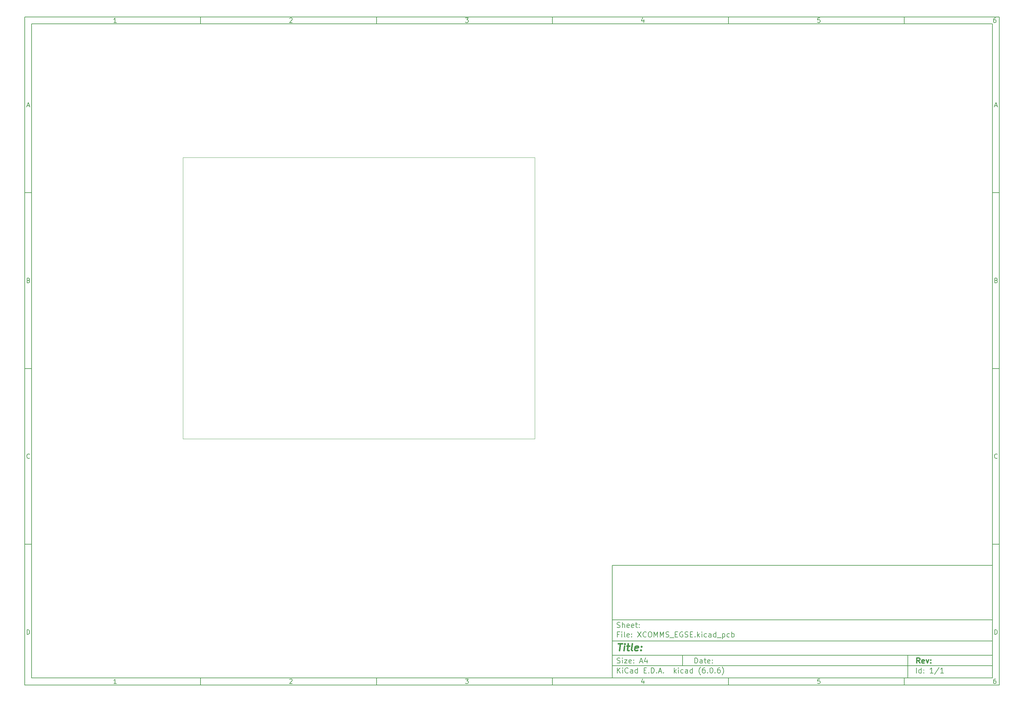
<source format=gbr>
%TF.GenerationSoftware,KiCad,Pcbnew,(6.0.6)*%
%TF.CreationDate,2022-07-08T12:35:32+02:00*%
%TF.ProjectId,XCOMMS_EGSE,58434f4d-4d53-45f4-9547-53452e6b6963,rev?*%
%TF.SameCoordinates,Original*%
%TF.FileFunction,Profile,NP*%
%FSLAX46Y46*%
G04 Gerber Fmt 4.6, Leading zero omitted, Abs format (unit mm)*
G04 Created by KiCad (PCBNEW (6.0.6)) date 2022-07-08 12:35:32*
%MOMM*%
%LPD*%
G01*
G04 APERTURE LIST*
%ADD10C,0.100000*%
%ADD11C,0.150000*%
%ADD12C,0.300000*%
%ADD13C,0.400000*%
%TA.AperFunction,Profile*%
%ADD14C,0.100000*%
%TD*%
G04 APERTURE END LIST*
D10*
D11*
X177002200Y-166007200D02*
X177002200Y-198007200D01*
X285002200Y-198007200D01*
X285002200Y-166007200D01*
X177002200Y-166007200D01*
D10*
D11*
X10000000Y-10000000D02*
X10000000Y-200007200D01*
X287002200Y-200007200D01*
X287002200Y-10000000D01*
X10000000Y-10000000D01*
D10*
D11*
X12000000Y-12000000D02*
X12000000Y-198007200D01*
X285002200Y-198007200D01*
X285002200Y-12000000D01*
X12000000Y-12000000D01*
D10*
D11*
X60000000Y-12000000D02*
X60000000Y-10000000D01*
D10*
D11*
X110000000Y-12000000D02*
X110000000Y-10000000D01*
D10*
D11*
X160000000Y-12000000D02*
X160000000Y-10000000D01*
D10*
D11*
X210000000Y-12000000D02*
X210000000Y-10000000D01*
D10*
D11*
X260000000Y-12000000D02*
X260000000Y-10000000D01*
D10*
D11*
X36065476Y-11588095D02*
X35322619Y-11588095D01*
X35694047Y-11588095D02*
X35694047Y-10288095D01*
X35570238Y-10473809D01*
X35446428Y-10597619D01*
X35322619Y-10659523D01*
D10*
D11*
X85322619Y-10411904D02*
X85384523Y-10350000D01*
X85508333Y-10288095D01*
X85817857Y-10288095D01*
X85941666Y-10350000D01*
X86003571Y-10411904D01*
X86065476Y-10535714D01*
X86065476Y-10659523D01*
X86003571Y-10845238D01*
X85260714Y-11588095D01*
X86065476Y-11588095D01*
D10*
D11*
X135260714Y-10288095D02*
X136065476Y-10288095D01*
X135632142Y-10783333D01*
X135817857Y-10783333D01*
X135941666Y-10845238D01*
X136003571Y-10907142D01*
X136065476Y-11030952D01*
X136065476Y-11340476D01*
X136003571Y-11464285D01*
X135941666Y-11526190D01*
X135817857Y-11588095D01*
X135446428Y-11588095D01*
X135322619Y-11526190D01*
X135260714Y-11464285D01*
D10*
D11*
X185941666Y-10721428D02*
X185941666Y-11588095D01*
X185632142Y-10226190D02*
X185322619Y-11154761D01*
X186127380Y-11154761D01*
D10*
D11*
X236003571Y-10288095D02*
X235384523Y-10288095D01*
X235322619Y-10907142D01*
X235384523Y-10845238D01*
X235508333Y-10783333D01*
X235817857Y-10783333D01*
X235941666Y-10845238D01*
X236003571Y-10907142D01*
X236065476Y-11030952D01*
X236065476Y-11340476D01*
X236003571Y-11464285D01*
X235941666Y-11526190D01*
X235817857Y-11588095D01*
X235508333Y-11588095D01*
X235384523Y-11526190D01*
X235322619Y-11464285D01*
D10*
D11*
X285941666Y-10288095D02*
X285694047Y-10288095D01*
X285570238Y-10350000D01*
X285508333Y-10411904D01*
X285384523Y-10597619D01*
X285322619Y-10845238D01*
X285322619Y-11340476D01*
X285384523Y-11464285D01*
X285446428Y-11526190D01*
X285570238Y-11588095D01*
X285817857Y-11588095D01*
X285941666Y-11526190D01*
X286003571Y-11464285D01*
X286065476Y-11340476D01*
X286065476Y-11030952D01*
X286003571Y-10907142D01*
X285941666Y-10845238D01*
X285817857Y-10783333D01*
X285570238Y-10783333D01*
X285446428Y-10845238D01*
X285384523Y-10907142D01*
X285322619Y-11030952D01*
D10*
D11*
X60000000Y-198007200D02*
X60000000Y-200007200D01*
D10*
D11*
X110000000Y-198007200D02*
X110000000Y-200007200D01*
D10*
D11*
X160000000Y-198007200D02*
X160000000Y-200007200D01*
D10*
D11*
X210000000Y-198007200D02*
X210000000Y-200007200D01*
D10*
D11*
X260000000Y-198007200D02*
X260000000Y-200007200D01*
D10*
D11*
X36065476Y-199595295D02*
X35322619Y-199595295D01*
X35694047Y-199595295D02*
X35694047Y-198295295D01*
X35570238Y-198481009D01*
X35446428Y-198604819D01*
X35322619Y-198666723D01*
D10*
D11*
X85322619Y-198419104D02*
X85384523Y-198357200D01*
X85508333Y-198295295D01*
X85817857Y-198295295D01*
X85941666Y-198357200D01*
X86003571Y-198419104D01*
X86065476Y-198542914D01*
X86065476Y-198666723D01*
X86003571Y-198852438D01*
X85260714Y-199595295D01*
X86065476Y-199595295D01*
D10*
D11*
X135260714Y-198295295D02*
X136065476Y-198295295D01*
X135632142Y-198790533D01*
X135817857Y-198790533D01*
X135941666Y-198852438D01*
X136003571Y-198914342D01*
X136065476Y-199038152D01*
X136065476Y-199347676D01*
X136003571Y-199471485D01*
X135941666Y-199533390D01*
X135817857Y-199595295D01*
X135446428Y-199595295D01*
X135322619Y-199533390D01*
X135260714Y-199471485D01*
D10*
D11*
X185941666Y-198728628D02*
X185941666Y-199595295D01*
X185632142Y-198233390D02*
X185322619Y-199161961D01*
X186127380Y-199161961D01*
D10*
D11*
X236003571Y-198295295D02*
X235384523Y-198295295D01*
X235322619Y-198914342D01*
X235384523Y-198852438D01*
X235508333Y-198790533D01*
X235817857Y-198790533D01*
X235941666Y-198852438D01*
X236003571Y-198914342D01*
X236065476Y-199038152D01*
X236065476Y-199347676D01*
X236003571Y-199471485D01*
X235941666Y-199533390D01*
X235817857Y-199595295D01*
X235508333Y-199595295D01*
X235384523Y-199533390D01*
X235322619Y-199471485D01*
D10*
D11*
X285941666Y-198295295D02*
X285694047Y-198295295D01*
X285570238Y-198357200D01*
X285508333Y-198419104D01*
X285384523Y-198604819D01*
X285322619Y-198852438D01*
X285322619Y-199347676D01*
X285384523Y-199471485D01*
X285446428Y-199533390D01*
X285570238Y-199595295D01*
X285817857Y-199595295D01*
X285941666Y-199533390D01*
X286003571Y-199471485D01*
X286065476Y-199347676D01*
X286065476Y-199038152D01*
X286003571Y-198914342D01*
X285941666Y-198852438D01*
X285817857Y-198790533D01*
X285570238Y-198790533D01*
X285446428Y-198852438D01*
X285384523Y-198914342D01*
X285322619Y-199038152D01*
D10*
D11*
X10000000Y-60000000D02*
X12000000Y-60000000D01*
D10*
D11*
X10000000Y-110000000D02*
X12000000Y-110000000D01*
D10*
D11*
X10000000Y-160000000D02*
X12000000Y-160000000D01*
D10*
D11*
X10690476Y-35216666D02*
X11309523Y-35216666D01*
X10566666Y-35588095D02*
X11000000Y-34288095D01*
X11433333Y-35588095D01*
D10*
D11*
X11092857Y-84907142D02*
X11278571Y-84969047D01*
X11340476Y-85030952D01*
X11402380Y-85154761D01*
X11402380Y-85340476D01*
X11340476Y-85464285D01*
X11278571Y-85526190D01*
X11154761Y-85588095D01*
X10659523Y-85588095D01*
X10659523Y-84288095D01*
X11092857Y-84288095D01*
X11216666Y-84350000D01*
X11278571Y-84411904D01*
X11340476Y-84535714D01*
X11340476Y-84659523D01*
X11278571Y-84783333D01*
X11216666Y-84845238D01*
X11092857Y-84907142D01*
X10659523Y-84907142D01*
D10*
D11*
X11402380Y-135464285D02*
X11340476Y-135526190D01*
X11154761Y-135588095D01*
X11030952Y-135588095D01*
X10845238Y-135526190D01*
X10721428Y-135402380D01*
X10659523Y-135278571D01*
X10597619Y-135030952D01*
X10597619Y-134845238D01*
X10659523Y-134597619D01*
X10721428Y-134473809D01*
X10845238Y-134350000D01*
X11030952Y-134288095D01*
X11154761Y-134288095D01*
X11340476Y-134350000D01*
X11402380Y-134411904D01*
D10*
D11*
X10659523Y-185588095D02*
X10659523Y-184288095D01*
X10969047Y-184288095D01*
X11154761Y-184350000D01*
X11278571Y-184473809D01*
X11340476Y-184597619D01*
X11402380Y-184845238D01*
X11402380Y-185030952D01*
X11340476Y-185278571D01*
X11278571Y-185402380D01*
X11154761Y-185526190D01*
X10969047Y-185588095D01*
X10659523Y-185588095D01*
D10*
D11*
X287002200Y-60000000D02*
X285002200Y-60000000D01*
D10*
D11*
X287002200Y-110000000D02*
X285002200Y-110000000D01*
D10*
D11*
X287002200Y-160000000D02*
X285002200Y-160000000D01*
D10*
D11*
X285692676Y-35216666D02*
X286311723Y-35216666D01*
X285568866Y-35588095D02*
X286002200Y-34288095D01*
X286435533Y-35588095D01*
D10*
D11*
X286095057Y-84907142D02*
X286280771Y-84969047D01*
X286342676Y-85030952D01*
X286404580Y-85154761D01*
X286404580Y-85340476D01*
X286342676Y-85464285D01*
X286280771Y-85526190D01*
X286156961Y-85588095D01*
X285661723Y-85588095D01*
X285661723Y-84288095D01*
X286095057Y-84288095D01*
X286218866Y-84350000D01*
X286280771Y-84411904D01*
X286342676Y-84535714D01*
X286342676Y-84659523D01*
X286280771Y-84783333D01*
X286218866Y-84845238D01*
X286095057Y-84907142D01*
X285661723Y-84907142D01*
D10*
D11*
X286404580Y-135464285D02*
X286342676Y-135526190D01*
X286156961Y-135588095D01*
X286033152Y-135588095D01*
X285847438Y-135526190D01*
X285723628Y-135402380D01*
X285661723Y-135278571D01*
X285599819Y-135030952D01*
X285599819Y-134845238D01*
X285661723Y-134597619D01*
X285723628Y-134473809D01*
X285847438Y-134350000D01*
X286033152Y-134288095D01*
X286156961Y-134288095D01*
X286342676Y-134350000D01*
X286404580Y-134411904D01*
D10*
D11*
X285661723Y-185588095D02*
X285661723Y-184288095D01*
X285971247Y-184288095D01*
X286156961Y-184350000D01*
X286280771Y-184473809D01*
X286342676Y-184597619D01*
X286404580Y-184845238D01*
X286404580Y-185030952D01*
X286342676Y-185278571D01*
X286280771Y-185402380D01*
X286156961Y-185526190D01*
X285971247Y-185588095D01*
X285661723Y-185588095D01*
D10*
D11*
X200434342Y-193785771D02*
X200434342Y-192285771D01*
X200791485Y-192285771D01*
X201005771Y-192357200D01*
X201148628Y-192500057D01*
X201220057Y-192642914D01*
X201291485Y-192928628D01*
X201291485Y-193142914D01*
X201220057Y-193428628D01*
X201148628Y-193571485D01*
X201005771Y-193714342D01*
X200791485Y-193785771D01*
X200434342Y-193785771D01*
X202577200Y-193785771D02*
X202577200Y-193000057D01*
X202505771Y-192857200D01*
X202362914Y-192785771D01*
X202077200Y-192785771D01*
X201934342Y-192857200D01*
X202577200Y-193714342D02*
X202434342Y-193785771D01*
X202077200Y-193785771D01*
X201934342Y-193714342D01*
X201862914Y-193571485D01*
X201862914Y-193428628D01*
X201934342Y-193285771D01*
X202077200Y-193214342D01*
X202434342Y-193214342D01*
X202577200Y-193142914D01*
X203077200Y-192785771D02*
X203648628Y-192785771D01*
X203291485Y-192285771D02*
X203291485Y-193571485D01*
X203362914Y-193714342D01*
X203505771Y-193785771D01*
X203648628Y-193785771D01*
X204720057Y-193714342D02*
X204577200Y-193785771D01*
X204291485Y-193785771D01*
X204148628Y-193714342D01*
X204077200Y-193571485D01*
X204077200Y-193000057D01*
X204148628Y-192857200D01*
X204291485Y-192785771D01*
X204577200Y-192785771D01*
X204720057Y-192857200D01*
X204791485Y-193000057D01*
X204791485Y-193142914D01*
X204077200Y-193285771D01*
X205434342Y-193642914D02*
X205505771Y-193714342D01*
X205434342Y-193785771D01*
X205362914Y-193714342D01*
X205434342Y-193642914D01*
X205434342Y-193785771D01*
X205434342Y-192857200D02*
X205505771Y-192928628D01*
X205434342Y-193000057D01*
X205362914Y-192928628D01*
X205434342Y-192857200D01*
X205434342Y-193000057D01*
D10*
D11*
X177002200Y-194507200D02*
X285002200Y-194507200D01*
D10*
D11*
X178434342Y-196585771D02*
X178434342Y-195085771D01*
X179291485Y-196585771D02*
X178648628Y-195728628D01*
X179291485Y-195085771D02*
X178434342Y-195942914D01*
X179934342Y-196585771D02*
X179934342Y-195585771D01*
X179934342Y-195085771D02*
X179862914Y-195157200D01*
X179934342Y-195228628D01*
X180005771Y-195157200D01*
X179934342Y-195085771D01*
X179934342Y-195228628D01*
X181505771Y-196442914D02*
X181434342Y-196514342D01*
X181220057Y-196585771D01*
X181077200Y-196585771D01*
X180862914Y-196514342D01*
X180720057Y-196371485D01*
X180648628Y-196228628D01*
X180577200Y-195942914D01*
X180577200Y-195728628D01*
X180648628Y-195442914D01*
X180720057Y-195300057D01*
X180862914Y-195157200D01*
X181077200Y-195085771D01*
X181220057Y-195085771D01*
X181434342Y-195157200D01*
X181505771Y-195228628D01*
X182791485Y-196585771D02*
X182791485Y-195800057D01*
X182720057Y-195657200D01*
X182577200Y-195585771D01*
X182291485Y-195585771D01*
X182148628Y-195657200D01*
X182791485Y-196514342D02*
X182648628Y-196585771D01*
X182291485Y-196585771D01*
X182148628Y-196514342D01*
X182077200Y-196371485D01*
X182077200Y-196228628D01*
X182148628Y-196085771D01*
X182291485Y-196014342D01*
X182648628Y-196014342D01*
X182791485Y-195942914D01*
X184148628Y-196585771D02*
X184148628Y-195085771D01*
X184148628Y-196514342D02*
X184005771Y-196585771D01*
X183720057Y-196585771D01*
X183577200Y-196514342D01*
X183505771Y-196442914D01*
X183434342Y-196300057D01*
X183434342Y-195871485D01*
X183505771Y-195728628D01*
X183577200Y-195657200D01*
X183720057Y-195585771D01*
X184005771Y-195585771D01*
X184148628Y-195657200D01*
X186005771Y-195800057D02*
X186505771Y-195800057D01*
X186720057Y-196585771D02*
X186005771Y-196585771D01*
X186005771Y-195085771D01*
X186720057Y-195085771D01*
X187362914Y-196442914D02*
X187434342Y-196514342D01*
X187362914Y-196585771D01*
X187291485Y-196514342D01*
X187362914Y-196442914D01*
X187362914Y-196585771D01*
X188077200Y-196585771D02*
X188077200Y-195085771D01*
X188434342Y-195085771D01*
X188648628Y-195157200D01*
X188791485Y-195300057D01*
X188862914Y-195442914D01*
X188934342Y-195728628D01*
X188934342Y-195942914D01*
X188862914Y-196228628D01*
X188791485Y-196371485D01*
X188648628Y-196514342D01*
X188434342Y-196585771D01*
X188077200Y-196585771D01*
X189577200Y-196442914D02*
X189648628Y-196514342D01*
X189577200Y-196585771D01*
X189505771Y-196514342D01*
X189577200Y-196442914D01*
X189577200Y-196585771D01*
X190220057Y-196157200D02*
X190934342Y-196157200D01*
X190077200Y-196585771D02*
X190577200Y-195085771D01*
X191077200Y-196585771D01*
X191577200Y-196442914D02*
X191648628Y-196514342D01*
X191577200Y-196585771D01*
X191505771Y-196514342D01*
X191577200Y-196442914D01*
X191577200Y-196585771D01*
X194577200Y-196585771D02*
X194577200Y-195085771D01*
X194720057Y-196014342D02*
X195148628Y-196585771D01*
X195148628Y-195585771D02*
X194577200Y-196157200D01*
X195791485Y-196585771D02*
X195791485Y-195585771D01*
X195791485Y-195085771D02*
X195720057Y-195157200D01*
X195791485Y-195228628D01*
X195862914Y-195157200D01*
X195791485Y-195085771D01*
X195791485Y-195228628D01*
X197148628Y-196514342D02*
X197005771Y-196585771D01*
X196720057Y-196585771D01*
X196577200Y-196514342D01*
X196505771Y-196442914D01*
X196434342Y-196300057D01*
X196434342Y-195871485D01*
X196505771Y-195728628D01*
X196577200Y-195657200D01*
X196720057Y-195585771D01*
X197005771Y-195585771D01*
X197148628Y-195657200D01*
X198434342Y-196585771D02*
X198434342Y-195800057D01*
X198362914Y-195657200D01*
X198220057Y-195585771D01*
X197934342Y-195585771D01*
X197791485Y-195657200D01*
X198434342Y-196514342D02*
X198291485Y-196585771D01*
X197934342Y-196585771D01*
X197791485Y-196514342D01*
X197720057Y-196371485D01*
X197720057Y-196228628D01*
X197791485Y-196085771D01*
X197934342Y-196014342D01*
X198291485Y-196014342D01*
X198434342Y-195942914D01*
X199791485Y-196585771D02*
X199791485Y-195085771D01*
X199791485Y-196514342D02*
X199648628Y-196585771D01*
X199362914Y-196585771D01*
X199220057Y-196514342D01*
X199148628Y-196442914D01*
X199077200Y-196300057D01*
X199077200Y-195871485D01*
X199148628Y-195728628D01*
X199220057Y-195657200D01*
X199362914Y-195585771D01*
X199648628Y-195585771D01*
X199791485Y-195657200D01*
X202077200Y-197157200D02*
X202005771Y-197085771D01*
X201862914Y-196871485D01*
X201791485Y-196728628D01*
X201720057Y-196514342D01*
X201648628Y-196157200D01*
X201648628Y-195871485D01*
X201720057Y-195514342D01*
X201791485Y-195300057D01*
X201862914Y-195157200D01*
X202005771Y-194942914D01*
X202077200Y-194871485D01*
X203291485Y-195085771D02*
X203005771Y-195085771D01*
X202862914Y-195157200D01*
X202791485Y-195228628D01*
X202648628Y-195442914D01*
X202577200Y-195728628D01*
X202577200Y-196300057D01*
X202648628Y-196442914D01*
X202720057Y-196514342D01*
X202862914Y-196585771D01*
X203148628Y-196585771D01*
X203291485Y-196514342D01*
X203362914Y-196442914D01*
X203434342Y-196300057D01*
X203434342Y-195942914D01*
X203362914Y-195800057D01*
X203291485Y-195728628D01*
X203148628Y-195657200D01*
X202862914Y-195657200D01*
X202720057Y-195728628D01*
X202648628Y-195800057D01*
X202577200Y-195942914D01*
X204077200Y-196442914D02*
X204148628Y-196514342D01*
X204077200Y-196585771D01*
X204005771Y-196514342D01*
X204077200Y-196442914D01*
X204077200Y-196585771D01*
X205077200Y-195085771D02*
X205220057Y-195085771D01*
X205362914Y-195157200D01*
X205434342Y-195228628D01*
X205505771Y-195371485D01*
X205577200Y-195657200D01*
X205577200Y-196014342D01*
X205505771Y-196300057D01*
X205434342Y-196442914D01*
X205362914Y-196514342D01*
X205220057Y-196585771D01*
X205077200Y-196585771D01*
X204934342Y-196514342D01*
X204862914Y-196442914D01*
X204791485Y-196300057D01*
X204720057Y-196014342D01*
X204720057Y-195657200D01*
X204791485Y-195371485D01*
X204862914Y-195228628D01*
X204934342Y-195157200D01*
X205077200Y-195085771D01*
X206220057Y-196442914D02*
X206291485Y-196514342D01*
X206220057Y-196585771D01*
X206148628Y-196514342D01*
X206220057Y-196442914D01*
X206220057Y-196585771D01*
X207577200Y-195085771D02*
X207291485Y-195085771D01*
X207148628Y-195157200D01*
X207077200Y-195228628D01*
X206934342Y-195442914D01*
X206862914Y-195728628D01*
X206862914Y-196300057D01*
X206934342Y-196442914D01*
X207005771Y-196514342D01*
X207148628Y-196585771D01*
X207434342Y-196585771D01*
X207577200Y-196514342D01*
X207648628Y-196442914D01*
X207720057Y-196300057D01*
X207720057Y-195942914D01*
X207648628Y-195800057D01*
X207577200Y-195728628D01*
X207434342Y-195657200D01*
X207148628Y-195657200D01*
X207005771Y-195728628D01*
X206934342Y-195800057D01*
X206862914Y-195942914D01*
X208220057Y-197157200D02*
X208291485Y-197085771D01*
X208434342Y-196871485D01*
X208505771Y-196728628D01*
X208577200Y-196514342D01*
X208648628Y-196157200D01*
X208648628Y-195871485D01*
X208577200Y-195514342D01*
X208505771Y-195300057D01*
X208434342Y-195157200D01*
X208291485Y-194942914D01*
X208220057Y-194871485D01*
D10*
D11*
X177002200Y-191507200D02*
X285002200Y-191507200D01*
D10*
D12*
X264411485Y-193785771D02*
X263911485Y-193071485D01*
X263554342Y-193785771D02*
X263554342Y-192285771D01*
X264125771Y-192285771D01*
X264268628Y-192357200D01*
X264340057Y-192428628D01*
X264411485Y-192571485D01*
X264411485Y-192785771D01*
X264340057Y-192928628D01*
X264268628Y-193000057D01*
X264125771Y-193071485D01*
X263554342Y-193071485D01*
X265625771Y-193714342D02*
X265482914Y-193785771D01*
X265197200Y-193785771D01*
X265054342Y-193714342D01*
X264982914Y-193571485D01*
X264982914Y-193000057D01*
X265054342Y-192857200D01*
X265197200Y-192785771D01*
X265482914Y-192785771D01*
X265625771Y-192857200D01*
X265697200Y-193000057D01*
X265697200Y-193142914D01*
X264982914Y-193285771D01*
X266197200Y-192785771D02*
X266554342Y-193785771D01*
X266911485Y-192785771D01*
X267482914Y-193642914D02*
X267554342Y-193714342D01*
X267482914Y-193785771D01*
X267411485Y-193714342D01*
X267482914Y-193642914D01*
X267482914Y-193785771D01*
X267482914Y-192857200D02*
X267554342Y-192928628D01*
X267482914Y-193000057D01*
X267411485Y-192928628D01*
X267482914Y-192857200D01*
X267482914Y-193000057D01*
D10*
D11*
X178362914Y-193714342D02*
X178577200Y-193785771D01*
X178934342Y-193785771D01*
X179077200Y-193714342D01*
X179148628Y-193642914D01*
X179220057Y-193500057D01*
X179220057Y-193357200D01*
X179148628Y-193214342D01*
X179077200Y-193142914D01*
X178934342Y-193071485D01*
X178648628Y-193000057D01*
X178505771Y-192928628D01*
X178434342Y-192857200D01*
X178362914Y-192714342D01*
X178362914Y-192571485D01*
X178434342Y-192428628D01*
X178505771Y-192357200D01*
X178648628Y-192285771D01*
X179005771Y-192285771D01*
X179220057Y-192357200D01*
X179862914Y-193785771D02*
X179862914Y-192785771D01*
X179862914Y-192285771D02*
X179791485Y-192357200D01*
X179862914Y-192428628D01*
X179934342Y-192357200D01*
X179862914Y-192285771D01*
X179862914Y-192428628D01*
X180434342Y-192785771D02*
X181220057Y-192785771D01*
X180434342Y-193785771D01*
X181220057Y-193785771D01*
X182362914Y-193714342D02*
X182220057Y-193785771D01*
X181934342Y-193785771D01*
X181791485Y-193714342D01*
X181720057Y-193571485D01*
X181720057Y-193000057D01*
X181791485Y-192857200D01*
X181934342Y-192785771D01*
X182220057Y-192785771D01*
X182362914Y-192857200D01*
X182434342Y-193000057D01*
X182434342Y-193142914D01*
X181720057Y-193285771D01*
X183077200Y-193642914D02*
X183148628Y-193714342D01*
X183077200Y-193785771D01*
X183005771Y-193714342D01*
X183077200Y-193642914D01*
X183077200Y-193785771D01*
X183077200Y-192857200D02*
X183148628Y-192928628D01*
X183077200Y-193000057D01*
X183005771Y-192928628D01*
X183077200Y-192857200D01*
X183077200Y-193000057D01*
X184862914Y-193357200D02*
X185577200Y-193357200D01*
X184720057Y-193785771D02*
X185220057Y-192285771D01*
X185720057Y-193785771D01*
X186862914Y-192785771D02*
X186862914Y-193785771D01*
X186505771Y-192214342D02*
X186148628Y-193285771D01*
X187077200Y-193285771D01*
D10*
D11*
X263434342Y-196585771D02*
X263434342Y-195085771D01*
X264791485Y-196585771D02*
X264791485Y-195085771D01*
X264791485Y-196514342D02*
X264648628Y-196585771D01*
X264362914Y-196585771D01*
X264220057Y-196514342D01*
X264148628Y-196442914D01*
X264077200Y-196300057D01*
X264077200Y-195871485D01*
X264148628Y-195728628D01*
X264220057Y-195657200D01*
X264362914Y-195585771D01*
X264648628Y-195585771D01*
X264791485Y-195657200D01*
X265505771Y-196442914D02*
X265577200Y-196514342D01*
X265505771Y-196585771D01*
X265434342Y-196514342D01*
X265505771Y-196442914D01*
X265505771Y-196585771D01*
X265505771Y-195657200D02*
X265577200Y-195728628D01*
X265505771Y-195800057D01*
X265434342Y-195728628D01*
X265505771Y-195657200D01*
X265505771Y-195800057D01*
X268148628Y-196585771D02*
X267291485Y-196585771D01*
X267720057Y-196585771D02*
X267720057Y-195085771D01*
X267577200Y-195300057D01*
X267434342Y-195442914D01*
X267291485Y-195514342D01*
X269862914Y-195014342D02*
X268577200Y-196942914D01*
X271148628Y-196585771D02*
X270291485Y-196585771D01*
X270720057Y-196585771D02*
X270720057Y-195085771D01*
X270577200Y-195300057D01*
X270434342Y-195442914D01*
X270291485Y-195514342D01*
D10*
D11*
X177002200Y-187507200D02*
X285002200Y-187507200D01*
D10*
D13*
X178714580Y-188211961D02*
X179857438Y-188211961D01*
X179036009Y-190211961D02*
X179286009Y-188211961D01*
X180274104Y-190211961D02*
X180440771Y-188878628D01*
X180524104Y-188211961D02*
X180416961Y-188307200D01*
X180500295Y-188402438D01*
X180607438Y-188307200D01*
X180524104Y-188211961D01*
X180500295Y-188402438D01*
X181107438Y-188878628D02*
X181869342Y-188878628D01*
X181476485Y-188211961D02*
X181262200Y-189926247D01*
X181333628Y-190116723D01*
X181512200Y-190211961D01*
X181702676Y-190211961D01*
X182655057Y-190211961D02*
X182476485Y-190116723D01*
X182405057Y-189926247D01*
X182619342Y-188211961D01*
X184190771Y-190116723D02*
X183988390Y-190211961D01*
X183607438Y-190211961D01*
X183428866Y-190116723D01*
X183357438Y-189926247D01*
X183452676Y-189164342D01*
X183571723Y-188973866D01*
X183774104Y-188878628D01*
X184155057Y-188878628D01*
X184333628Y-188973866D01*
X184405057Y-189164342D01*
X184381247Y-189354819D01*
X183405057Y-189545295D01*
X185155057Y-190021485D02*
X185238390Y-190116723D01*
X185131247Y-190211961D01*
X185047914Y-190116723D01*
X185155057Y-190021485D01*
X185131247Y-190211961D01*
X185286009Y-188973866D02*
X185369342Y-189069104D01*
X185262200Y-189164342D01*
X185178866Y-189069104D01*
X185286009Y-188973866D01*
X185262200Y-189164342D01*
D10*
D11*
X178934342Y-185600057D02*
X178434342Y-185600057D01*
X178434342Y-186385771D02*
X178434342Y-184885771D01*
X179148628Y-184885771D01*
X179720057Y-186385771D02*
X179720057Y-185385771D01*
X179720057Y-184885771D02*
X179648628Y-184957200D01*
X179720057Y-185028628D01*
X179791485Y-184957200D01*
X179720057Y-184885771D01*
X179720057Y-185028628D01*
X180648628Y-186385771D02*
X180505771Y-186314342D01*
X180434342Y-186171485D01*
X180434342Y-184885771D01*
X181791485Y-186314342D02*
X181648628Y-186385771D01*
X181362914Y-186385771D01*
X181220057Y-186314342D01*
X181148628Y-186171485D01*
X181148628Y-185600057D01*
X181220057Y-185457200D01*
X181362914Y-185385771D01*
X181648628Y-185385771D01*
X181791485Y-185457200D01*
X181862914Y-185600057D01*
X181862914Y-185742914D01*
X181148628Y-185885771D01*
X182505771Y-186242914D02*
X182577200Y-186314342D01*
X182505771Y-186385771D01*
X182434342Y-186314342D01*
X182505771Y-186242914D01*
X182505771Y-186385771D01*
X182505771Y-185457200D02*
X182577200Y-185528628D01*
X182505771Y-185600057D01*
X182434342Y-185528628D01*
X182505771Y-185457200D01*
X182505771Y-185600057D01*
X184220057Y-184885771D02*
X185220057Y-186385771D01*
X185220057Y-184885771D02*
X184220057Y-186385771D01*
X186648628Y-186242914D02*
X186577200Y-186314342D01*
X186362914Y-186385771D01*
X186220057Y-186385771D01*
X186005771Y-186314342D01*
X185862914Y-186171485D01*
X185791485Y-186028628D01*
X185720057Y-185742914D01*
X185720057Y-185528628D01*
X185791485Y-185242914D01*
X185862914Y-185100057D01*
X186005771Y-184957200D01*
X186220057Y-184885771D01*
X186362914Y-184885771D01*
X186577200Y-184957200D01*
X186648628Y-185028628D01*
X187577200Y-184885771D02*
X187862914Y-184885771D01*
X188005771Y-184957200D01*
X188148628Y-185100057D01*
X188220057Y-185385771D01*
X188220057Y-185885771D01*
X188148628Y-186171485D01*
X188005771Y-186314342D01*
X187862914Y-186385771D01*
X187577200Y-186385771D01*
X187434342Y-186314342D01*
X187291485Y-186171485D01*
X187220057Y-185885771D01*
X187220057Y-185385771D01*
X187291485Y-185100057D01*
X187434342Y-184957200D01*
X187577200Y-184885771D01*
X188862914Y-186385771D02*
X188862914Y-184885771D01*
X189362914Y-185957200D01*
X189862914Y-184885771D01*
X189862914Y-186385771D01*
X190577200Y-186385771D02*
X190577200Y-184885771D01*
X191077200Y-185957200D01*
X191577200Y-184885771D01*
X191577200Y-186385771D01*
X192220057Y-186314342D02*
X192434342Y-186385771D01*
X192791485Y-186385771D01*
X192934342Y-186314342D01*
X193005771Y-186242914D01*
X193077200Y-186100057D01*
X193077200Y-185957200D01*
X193005771Y-185814342D01*
X192934342Y-185742914D01*
X192791485Y-185671485D01*
X192505771Y-185600057D01*
X192362914Y-185528628D01*
X192291485Y-185457200D01*
X192220057Y-185314342D01*
X192220057Y-185171485D01*
X192291485Y-185028628D01*
X192362914Y-184957200D01*
X192505771Y-184885771D01*
X192862914Y-184885771D01*
X193077200Y-184957200D01*
X193362914Y-186528628D02*
X194505771Y-186528628D01*
X194862914Y-185600057D02*
X195362914Y-185600057D01*
X195577200Y-186385771D02*
X194862914Y-186385771D01*
X194862914Y-184885771D01*
X195577200Y-184885771D01*
X197005771Y-184957200D02*
X196862914Y-184885771D01*
X196648628Y-184885771D01*
X196434342Y-184957200D01*
X196291485Y-185100057D01*
X196220057Y-185242914D01*
X196148628Y-185528628D01*
X196148628Y-185742914D01*
X196220057Y-186028628D01*
X196291485Y-186171485D01*
X196434342Y-186314342D01*
X196648628Y-186385771D01*
X196791485Y-186385771D01*
X197005771Y-186314342D01*
X197077200Y-186242914D01*
X197077200Y-185742914D01*
X196791485Y-185742914D01*
X197648628Y-186314342D02*
X197862914Y-186385771D01*
X198220057Y-186385771D01*
X198362914Y-186314342D01*
X198434342Y-186242914D01*
X198505771Y-186100057D01*
X198505771Y-185957200D01*
X198434342Y-185814342D01*
X198362914Y-185742914D01*
X198220057Y-185671485D01*
X197934342Y-185600057D01*
X197791485Y-185528628D01*
X197720057Y-185457200D01*
X197648628Y-185314342D01*
X197648628Y-185171485D01*
X197720057Y-185028628D01*
X197791485Y-184957200D01*
X197934342Y-184885771D01*
X198291485Y-184885771D01*
X198505771Y-184957200D01*
X199148628Y-185600057D02*
X199648628Y-185600057D01*
X199862914Y-186385771D02*
X199148628Y-186385771D01*
X199148628Y-184885771D01*
X199862914Y-184885771D01*
X200505771Y-186242914D02*
X200577200Y-186314342D01*
X200505771Y-186385771D01*
X200434342Y-186314342D01*
X200505771Y-186242914D01*
X200505771Y-186385771D01*
X201220057Y-186385771D02*
X201220057Y-184885771D01*
X201362914Y-185814342D02*
X201791485Y-186385771D01*
X201791485Y-185385771D02*
X201220057Y-185957200D01*
X202434342Y-186385771D02*
X202434342Y-185385771D01*
X202434342Y-184885771D02*
X202362914Y-184957200D01*
X202434342Y-185028628D01*
X202505771Y-184957200D01*
X202434342Y-184885771D01*
X202434342Y-185028628D01*
X203791485Y-186314342D02*
X203648628Y-186385771D01*
X203362914Y-186385771D01*
X203220057Y-186314342D01*
X203148628Y-186242914D01*
X203077200Y-186100057D01*
X203077200Y-185671485D01*
X203148628Y-185528628D01*
X203220057Y-185457200D01*
X203362914Y-185385771D01*
X203648628Y-185385771D01*
X203791485Y-185457200D01*
X205077200Y-186385771D02*
X205077200Y-185600057D01*
X205005771Y-185457200D01*
X204862914Y-185385771D01*
X204577200Y-185385771D01*
X204434342Y-185457200D01*
X205077200Y-186314342D02*
X204934342Y-186385771D01*
X204577200Y-186385771D01*
X204434342Y-186314342D01*
X204362914Y-186171485D01*
X204362914Y-186028628D01*
X204434342Y-185885771D01*
X204577200Y-185814342D01*
X204934342Y-185814342D01*
X205077200Y-185742914D01*
X206434342Y-186385771D02*
X206434342Y-184885771D01*
X206434342Y-186314342D02*
X206291485Y-186385771D01*
X206005771Y-186385771D01*
X205862914Y-186314342D01*
X205791485Y-186242914D01*
X205720057Y-186100057D01*
X205720057Y-185671485D01*
X205791485Y-185528628D01*
X205862914Y-185457200D01*
X206005771Y-185385771D01*
X206291485Y-185385771D01*
X206434342Y-185457200D01*
X206791485Y-186528628D02*
X207934342Y-186528628D01*
X208291485Y-185385771D02*
X208291485Y-186885771D01*
X208291485Y-185457200D02*
X208434342Y-185385771D01*
X208720057Y-185385771D01*
X208862914Y-185457200D01*
X208934342Y-185528628D01*
X209005771Y-185671485D01*
X209005771Y-186100057D01*
X208934342Y-186242914D01*
X208862914Y-186314342D01*
X208720057Y-186385771D01*
X208434342Y-186385771D01*
X208291485Y-186314342D01*
X210291485Y-186314342D02*
X210148628Y-186385771D01*
X209862914Y-186385771D01*
X209720057Y-186314342D01*
X209648628Y-186242914D01*
X209577200Y-186100057D01*
X209577200Y-185671485D01*
X209648628Y-185528628D01*
X209720057Y-185457200D01*
X209862914Y-185385771D01*
X210148628Y-185385771D01*
X210291485Y-185457200D01*
X210934342Y-186385771D02*
X210934342Y-184885771D01*
X210934342Y-185457200D02*
X211077200Y-185385771D01*
X211362914Y-185385771D01*
X211505771Y-185457200D01*
X211577200Y-185528628D01*
X211648628Y-185671485D01*
X211648628Y-186100057D01*
X211577200Y-186242914D01*
X211505771Y-186314342D01*
X211362914Y-186385771D01*
X211077200Y-186385771D01*
X210934342Y-186314342D01*
D10*
D11*
X177002200Y-181507200D02*
X285002200Y-181507200D01*
D10*
D11*
X178362914Y-183614342D02*
X178577200Y-183685771D01*
X178934342Y-183685771D01*
X179077200Y-183614342D01*
X179148628Y-183542914D01*
X179220057Y-183400057D01*
X179220057Y-183257200D01*
X179148628Y-183114342D01*
X179077200Y-183042914D01*
X178934342Y-182971485D01*
X178648628Y-182900057D01*
X178505771Y-182828628D01*
X178434342Y-182757200D01*
X178362914Y-182614342D01*
X178362914Y-182471485D01*
X178434342Y-182328628D01*
X178505771Y-182257200D01*
X178648628Y-182185771D01*
X179005771Y-182185771D01*
X179220057Y-182257200D01*
X179862914Y-183685771D02*
X179862914Y-182185771D01*
X180505771Y-183685771D02*
X180505771Y-182900057D01*
X180434342Y-182757200D01*
X180291485Y-182685771D01*
X180077200Y-182685771D01*
X179934342Y-182757200D01*
X179862914Y-182828628D01*
X181791485Y-183614342D02*
X181648628Y-183685771D01*
X181362914Y-183685771D01*
X181220057Y-183614342D01*
X181148628Y-183471485D01*
X181148628Y-182900057D01*
X181220057Y-182757200D01*
X181362914Y-182685771D01*
X181648628Y-182685771D01*
X181791485Y-182757200D01*
X181862914Y-182900057D01*
X181862914Y-183042914D01*
X181148628Y-183185771D01*
X183077200Y-183614342D02*
X182934342Y-183685771D01*
X182648628Y-183685771D01*
X182505771Y-183614342D01*
X182434342Y-183471485D01*
X182434342Y-182900057D01*
X182505771Y-182757200D01*
X182648628Y-182685771D01*
X182934342Y-182685771D01*
X183077200Y-182757200D01*
X183148628Y-182900057D01*
X183148628Y-183042914D01*
X182434342Y-183185771D01*
X183577200Y-182685771D02*
X184148628Y-182685771D01*
X183791485Y-182185771D02*
X183791485Y-183471485D01*
X183862914Y-183614342D01*
X184005771Y-183685771D01*
X184148628Y-183685771D01*
X184648628Y-183542914D02*
X184720057Y-183614342D01*
X184648628Y-183685771D01*
X184577200Y-183614342D01*
X184648628Y-183542914D01*
X184648628Y-183685771D01*
X184648628Y-182757200D02*
X184720057Y-182828628D01*
X184648628Y-182900057D01*
X184577200Y-182828628D01*
X184648628Y-182757200D01*
X184648628Y-182900057D01*
D10*
D12*
D10*
D11*
D10*
D11*
D10*
D11*
D10*
D11*
D10*
D11*
X197002200Y-191507200D02*
X197002200Y-194507200D01*
D10*
D11*
X261002200Y-191507200D02*
X261002200Y-198007200D01*
D14*
X55000000Y-50000000D02*
X155000000Y-50000000D01*
X155000000Y-50000000D02*
X155000000Y-130000000D01*
X155000000Y-130000000D02*
X55000000Y-130000000D01*
X55000000Y-130000000D02*
X55000000Y-50000000D01*
M02*

</source>
